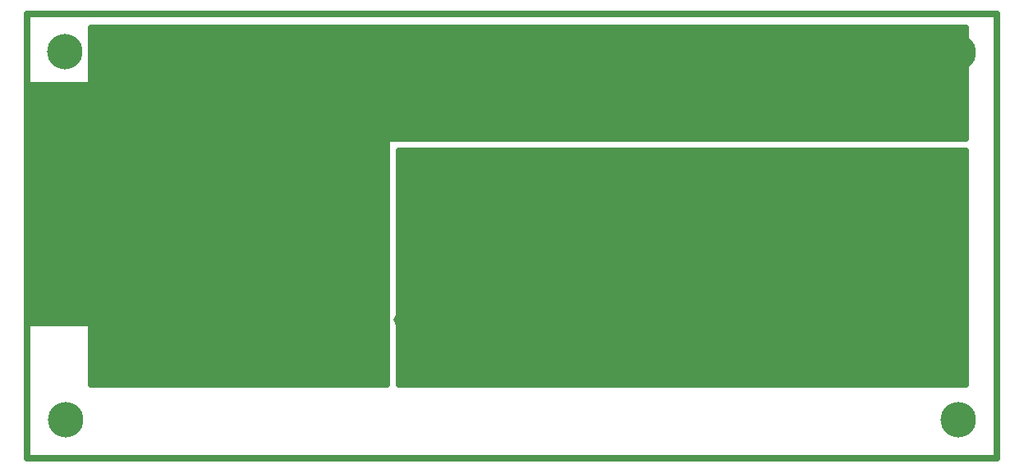
<source format=gbr>
%FSLAX23Y23*%
%MOIN*%
G04 EasyPC Gerber Version 12.0.1 Build 2704 *
%ADD126R,0.08000X0.08000*%
%ADD86C,0.02500*%
%ADD87C,0.03000*%
%ADD127C,0.05189*%
%ADD92C,0.05200*%
%ADD125C,0.08000*%
%ADD124C,0.14402*%
X0Y0D02*
D02*
D86*
X3Y3D02*
X3937D01*
Y1811*
X3*
Y3*
X262Y1756D02*
Y1522D01*
X12*
Y556*
X262*
Y306*
X1462*
Y1306*
X3812*
Y1756*
X262*
X43Y1413D02*
X44Y1422D01*
X48Y1430*
X55Y1437*
X63Y1441*
X71Y1442*
X80Y1441*
X88Y1437*
X94Y1430*
X99Y1422*
X100Y1413*
X99Y1405*
X94Y1397*
X88Y1390*
X80Y1386*
X71Y1385*
X63Y1386*
X55Y1390*
X48Y1397*
X44Y1405*
X43Y1413*
X187Y812D02*
X189Y820D01*
X193Y828*
X200Y834*
X209Y837*
X217*
X226Y834*
X232Y828*
X237Y820*
X238Y812*
X237Y803*
X232Y795*
X226Y790*
X217Y787*
X209*
X200Y790*
X193Y795*
X189Y803*
X187Y812*
X233Y1272D02*
X234Y1280D01*
X239Y1288*
X246Y1294*
X254Y1297*
X263*
X271Y1294*
X278Y1288*
X282Y1280*
X284Y1272*
X282Y1263*
X278Y1255*
X271Y1250*
X263Y1247*
X254*
X246Y1250*
X239Y1255*
X234Y1263*
X233Y1272*
X293Y1189D02*
X294Y1198D01*
X298Y1206*
X305Y1212*
X313Y1216*
X321Y1217*
X330Y1216*
X338Y1212*
X344Y1206*
X348Y1198*
X350Y1189*
X348Y1180*
X344Y1172*
X338Y1166*
X330Y1162*
X321Y1161*
X313Y1162*
X305Y1166*
X298Y1172*
X294Y1180*
X293Y1189*
X383Y1323D02*
X384Y1332D01*
X389Y1339*
X395Y1345*
X404Y1348*
X412*
X421Y1345*
X428Y1339*
X432Y1332*
X433Y1323*
X432Y1314*
X428Y1307*
X421Y1301*
X412Y1298*
X404*
X395Y1301*
X389Y1307*
X384Y1314*
X383Y1323*
X401Y1607D02*
X396Y1600D01*
X390Y1594*
X382Y1591*
X373Y1590*
X365Y1592*
X358Y1596*
X352Y1603*
X348Y1610*
X347Y1619*
X348Y1627*
X352Y1635*
X358Y1641*
X365Y1645*
X374Y1647*
X382Y1646*
X390Y1643*
X397Y1637*
X401Y1630*
X406Y1637*
X414Y1641*
X422Y1644*
X430Y1643*
X438Y1639*
X444Y1634*
X448Y1626*
X449Y1618*
X448Y1610*
X444Y1602*
X437Y1597*
X430Y1593*
X421Y1593*
X413Y1595*
X406Y1600*
X401Y1607*
X418Y1366D02*
X420Y1375D01*
X424Y1383*
X431Y1388*
X439Y1391*
X448*
X456Y1388*
X463Y1383*
X467Y1375*
X469Y1366*
X467Y1358*
X463Y1350*
X456Y1344*
X448Y1341*
X439*
X431Y1344*
X424Y1350*
X420Y1358*
X418Y1366*
X424Y772D02*
X434Y771D01*
X444Y767*
X452Y761*
X458Y753*
X462Y743*
X463Y733*
X462Y723*
X458Y713*
X452Y705*
X444Y699*
X434Y695*
X424Y693*
X414Y695*
X404Y699*
X396Y705*
X390Y713*
X386Y723*
X384Y733*
X386Y743*
X390Y753*
X396Y761*
X404Y767*
X414Y771*
X424Y772*
X426Y1280D02*
X427Y1288D01*
X432Y1296*
X439Y1302*
X447Y1305*
X456*
X464Y1302*
X471Y1296*
X475Y1288*
X477Y1280*
X475Y1271*
X471Y1263*
X464Y1258*
X456Y1255*
X447*
X439Y1258*
X432Y1263*
X427Y1271*
X426Y1280*
X506Y1284D02*
X507Y1292D01*
X511Y1300*
X517Y1307*
X525Y1311*
X534Y1312*
X543Y1311*
X551Y1307*
X557Y1300*
X561Y1292*
X562Y1284*
X561Y1275*
X557Y1267*
X551Y1261*
X543Y1256*
X534Y1255*
X525Y1256*
X517Y1261*
X511Y1267*
X507Y1275*
X506Y1284*
X524Y772D02*
X534Y771D01*
X544Y767*
X552Y761*
X558Y753*
X562Y743*
X563Y733*
X562Y723*
X558Y713*
X552Y705*
X544Y699*
X534Y695*
X524Y693*
X514Y695*
X504Y699*
X496Y705*
X490Y713*
X486Y723*
X484Y733*
X486Y743*
X490Y753*
X496Y761*
X504Y767*
X514Y771*
X524Y772*
X530Y851D02*
X519Y852D01*
X510Y856*
X502Y863*
X495Y871*
X492Y880*
X490Y890*
X492Y901*
X495Y910*
X502Y918*
X510Y925*
X519Y929*
X530Y930*
X540Y929*
X549Y925*
X558Y918*
X564Y910*
X568Y901*
X569Y890*
X568Y880*
X564Y871*
X558Y862*
X549Y856*
X540Y852*
X530Y851*
X556Y1402D02*
X557Y1410D01*
X562Y1418*
X569Y1424*
X577Y1427*
X586*
X594Y1424*
X601Y1418*
X605Y1410*
X607Y1402*
X605Y1393*
X601Y1385*
X594Y1380*
X586Y1377*
X577*
X569Y1380*
X562Y1385*
X557Y1393*
X556Y1402*
Y1457D02*
X557Y1465D01*
X562Y1473*
X569Y1479*
X577Y1482*
X586*
X594Y1479*
X601Y1473*
X605Y1465*
X607Y1457*
X605Y1448*
X601Y1440*
X594Y1435*
X586Y1432*
X577*
X569Y1435*
X562Y1440*
X557Y1448*
X556Y1457*
X591Y953D02*
X593Y962D01*
X597Y969*
X604Y975*
X612Y978*
X621*
X629Y975*
X636Y969*
X641Y962*
X642Y953*
X641Y944*
X636Y936*
X629Y931*
X621Y928*
X612*
X604Y931*
X597Y936*
X593Y944*
X591Y953*
X625Y575D02*
X627Y584D01*
X631Y592*
X638Y598*
X647Y601*
X655*
X664Y598*
X670Y592*
X675Y584*
X676Y575*
X675Y567*
X670Y559*
X664Y553*
X655Y550*
X647*
X638Y553*
X631Y559*
X627Y567*
X625Y575*
X645Y1599D02*
X647Y1608D01*
X651Y1615*
X658Y1621*
X666Y1624*
X675*
X683Y1621*
X690Y1615*
X695Y1608*
X696Y1599*
X695Y1590*
X690Y1583*
X683Y1577*
X675Y1574*
X666*
X658Y1577*
X651Y1583*
X647Y1590*
X645Y1599*
X663Y380D02*
X664Y389D01*
X668Y397*
X675Y403*
X683Y407*
X691Y408*
X700Y407*
X708Y403*
X715Y397*
X719Y389*
X720Y380*
X719Y371*
X715Y363*
X708Y357*
X700Y353*
X691Y351*
X683Y353*
X675Y357*
X668Y363*
X664Y371*
X663Y380*
X701Y1520D02*
X703Y1529D01*
X707Y1537*
X713Y1543*
X721Y1547*
X730Y1549*
X738Y1547*
X746Y1543*
X753Y1537*
X757Y1529*
X758Y1520*
X757Y1512*
X753Y1504*
X746Y1497*
X738Y1493*
X730Y1492*
X721Y1493*
X713Y1497*
X707Y1504*
X703Y1512*
X701Y1520*
X704Y1461D02*
X706Y1470D01*
X710Y1478*
X717Y1483*
X725Y1486*
X734*
X742Y1483*
X749Y1478*
X754Y1470*
X755Y1461*
X754Y1453*
X749Y1445*
X742Y1439*
X734Y1436*
X725*
X717Y1439*
X710Y1445*
X706Y1453*
X704Y1461*
X730Y851D02*
X719Y852D01*
X710Y856*
X702Y863*
X695Y871*
X692Y880*
X690Y890*
X692Y901*
X695Y910*
X702Y918*
X710Y925*
X719Y929*
X730Y930*
X740Y929*
X749Y925*
X758Y918*
X764Y910*
X768Y901*
X769Y890*
X768Y880*
X764Y871*
X758Y862*
X749Y856*
X740Y852*
X730Y851*
X921Y949D02*
X922Y958D01*
X927Y966*
X933Y972*
X942Y975*
X951*
X959Y972*
X966Y966*
X970Y958*
X972Y949*
X970Y941*
X966Y933*
X959Y927*
X951Y924*
X942*
X933Y927*
X927Y933*
X922Y941*
X921Y949*
X923Y1635D02*
Y1720D01*
X1008*
Y1635*
X923*
X1026Y1638D02*
Y1717D01*
X1105*
Y1638*
X1026*
X1126D02*
Y1717D01*
X1205*
Y1638*
X1126*
X1226D02*
Y1717D01*
X1305*
Y1638*
X1226*
X1272Y910D02*
X1273Y919D01*
X1278Y927*
X1284Y933*
X1292Y937*
X1301Y939*
X1309Y937*
X1317Y933*
X1324Y927*
X1328Y919*
X1329Y910*
X1328Y901*
X1324Y893*
X1317Y887*
X1309Y883*
X1301Y882*
X1292Y883*
X1284Y887*
X1278Y893*
X1273Y901*
X1272Y910*
X1349Y1048D02*
X1350Y1057D01*
X1355Y1064*
X1362Y1070*
X1370Y1073*
X1379*
X1387Y1070*
X1394Y1064*
X1398Y1057*
X1400Y1048*
X1398Y1039*
X1394Y1032*
X1387Y1026*
X1379Y1023*
X1370*
X1362Y1026*
X1355Y1032*
X1350Y1039*
X1349Y1048*
X1555Y1717D02*
Y1638D01*
X1476*
Y1717*
X1555*
X1655D02*
Y1638D01*
X1576*
Y1717*
X1655*
X1909D02*
Y1638D01*
X1830*
Y1717*
X1909*
X2009D02*
Y1638D01*
X1930*
Y1717*
X2009*
X2264D02*
Y1638D01*
X2185*
Y1717*
X2264*
X2364D02*
Y1638D01*
X2285*
Y1717*
X2364*
X2618D02*
Y1638D01*
X2539*
Y1717*
X2618*
X2718D02*
Y1638D01*
X2639*
Y1717*
X2718*
X2953D02*
Y1638D01*
X2874*
Y1717*
X2953*
X3053D02*
Y1638D01*
X2974*
Y1717*
X3053*
X3509Y1713D02*
Y1634D01*
X3430*
Y1713*
X3509*
X3612Y1716D02*
Y1631D01*
X3527*
Y1716*
X3612*
X262Y307D02*
X1462D01*
X262Y330D02*
X1462D01*
X262Y353D02*
X684D01*
X699D02*
X1462D01*
X262Y376D02*
X663D01*
X720D02*
X1462D01*
X262Y399D02*
X670D01*
X713D02*
X1462D01*
X262Y422D02*
X1462D01*
X262Y445D02*
X1462D01*
X262Y468D02*
X1462D01*
X262Y491D02*
X1462D01*
X262Y514D02*
X1462D01*
X262Y537D02*
X1462D01*
X12Y560D02*
X631D01*
X671D02*
X1462D01*
X12Y583D02*
X626D01*
X675D02*
X1462D01*
X12Y606D02*
X1462D01*
X12Y629D02*
X1462D01*
X12Y652D02*
X1462D01*
X12Y675D02*
X1462D01*
X12Y698D02*
X406D01*
X441D02*
X506D01*
X541D02*
X1462D01*
X12Y721D02*
X386D01*
X461D02*
X486D01*
X561D02*
X1462D01*
X12Y744D02*
X386D01*
X462D02*
X486D01*
X562D02*
X1462D01*
X12Y767D02*
X403D01*
X444D02*
X503D01*
X544D02*
X1462D01*
X12Y790D02*
X200D01*
X226D02*
X1462D01*
X12Y813D02*
X188D01*
X238D02*
X1462D01*
X12Y836D02*
X204D01*
X222D02*
X1462D01*
X12Y859D02*
X506D01*
X553D02*
X706D01*
X753D02*
X1462D01*
X12Y882D02*
X491D01*
X568D02*
X691D01*
X768D02*
X1462D01*
X12Y905D02*
X493D01*
X567D02*
X693D01*
X767D02*
X1273D01*
X1328D02*
X1462D01*
X12Y928D02*
X516D01*
X543D02*
X613D01*
X620D02*
X716D01*
X743D02*
X933D01*
X959D02*
X1278D01*
X1323D02*
X1462D01*
X12Y951D02*
X591D01*
X642D02*
X921D01*
X972D02*
X1462D01*
X12Y974D02*
X602D01*
X631D02*
X938D01*
X954D02*
X1462D01*
X12Y997D02*
X1462D01*
X12Y1020D02*
X1462D01*
X12Y1043D02*
X1349D01*
X1399D02*
X1462D01*
X12Y1066D02*
X1356D01*
X1393D02*
X1462D01*
X12Y1089D02*
X1462D01*
X12Y1112D02*
X1462D01*
X12Y1135D02*
X1462D01*
X12Y1158D02*
X1462D01*
X12Y1181D02*
X294D01*
X349D02*
X1462D01*
X12Y1204D02*
X297D01*
X346D02*
X1462D01*
X12Y1227D02*
X1462D01*
X12Y1250D02*
X246D01*
X271D02*
X1462D01*
X12Y1273D02*
X233D01*
X284D02*
X427D01*
X476D02*
X508D01*
X560D02*
X1462D01*
X12Y1296D02*
X250D01*
X267D02*
X432D01*
X471D02*
X508D01*
X560D02*
X1462D01*
X12Y1319D02*
X383D01*
X433D02*
X3812D01*
X12Y1342D02*
X391D01*
X425D02*
X437D01*
X450D02*
X3812D01*
X12Y1365D02*
X418D01*
X469D02*
X3812D01*
X12Y1388D02*
X59D01*
X83D02*
X430D01*
X457D02*
X560D01*
X602D02*
X3812D01*
X12Y1411D02*
X43D01*
X100D02*
X557D01*
X605D02*
X3812D01*
X12Y1434D02*
X51D01*
X92D02*
X571D01*
X592D02*
X3812D01*
X12Y1457D02*
X556D01*
X607D02*
X705D01*
X755D02*
X3812D01*
X12Y1480D02*
X570D01*
X593D02*
X712D01*
X747D02*
X3812D01*
X12Y1503D02*
X707D01*
X752D02*
X3812D01*
X262Y1526D02*
X702D01*
X758D02*
X3812D01*
X262Y1549D02*
X726D01*
X733D02*
X3812D01*
X262Y1572D02*
X3812D01*
X262Y1595D02*
X360D01*
X390D02*
X414D01*
X433D02*
X646D01*
X696D02*
X3812D01*
X262Y1618D02*
X347D01*
X449D02*
X653D01*
X688D02*
X3812D01*
X262Y1641D02*
X357D01*
X394D02*
X412D01*
X436D02*
X923D01*
X1008D02*
X1026D01*
X1105D02*
X1126D01*
X1205D02*
X1226D01*
X1305D02*
X1476D01*
X1555D02*
X1576D01*
X1655D02*
X1830D01*
X1909D02*
X1930D01*
X2009D02*
X2185D01*
X2264D02*
X2285D01*
X2364D02*
X2539D01*
X2618D02*
X2639D01*
X2718D02*
X2874D01*
X2953D02*
X2974D01*
X3053D02*
X3430D01*
X3509D02*
X3527D01*
X3612D02*
X3812D01*
X262Y1664D02*
X923D01*
X1008D02*
X1026D01*
X1105D02*
X1126D01*
X1205D02*
X1226D01*
X1305D02*
X1476D01*
X1555D02*
X1576D01*
X1655D02*
X1830D01*
X1909D02*
X1930D01*
X2009D02*
X2185D01*
X2264D02*
X2285D01*
X2364D02*
X2539D01*
X2618D02*
X2639D01*
X2718D02*
X2874D01*
X2953D02*
X2974D01*
X3053D02*
X3430D01*
X3509D02*
X3527D01*
X3612D02*
X3812D01*
X262Y1687D02*
X923D01*
X1008D02*
X1026D01*
X1105D02*
X1126D01*
X1205D02*
X1226D01*
X1305D02*
X1476D01*
X1555D02*
X1576D01*
X1655D02*
X1830D01*
X1909D02*
X1930D01*
X2009D02*
X2185D01*
X2264D02*
X2285D01*
X2364D02*
X2539D01*
X2618D02*
X2639D01*
X2718D02*
X2874D01*
X2953D02*
X2974D01*
X3053D02*
X3430D01*
X3509D02*
X3527D01*
X3612D02*
X3812D01*
X262Y1710D02*
X923D01*
X1008D02*
X1026D01*
X1105D02*
X1126D01*
X1205D02*
X1226D01*
X1305D02*
X1476D01*
X1555D02*
X1576D01*
X1655D02*
X1830D01*
X1909D02*
X1930D01*
X2009D02*
X2185D01*
X2264D02*
X2285D01*
X2364D02*
X2539D01*
X2618D02*
X2639D01*
X2718D02*
X2874D01*
X2953D02*
X2974D01*
X3053D02*
X3430D01*
X3509D02*
X3527D01*
X3612D02*
X3812D01*
X262Y1733D02*
X3812D01*
X1512Y542D02*
Y306D01*
X3812*
Y1256*
X1512*
Y592*
X1520Y592*
X1528Y588*
X1534Y583*
X1538Y575*
X1540Y567*
X1538Y559*
X1534Y551*
X1528Y546*
X1520Y542*
X1512Y542*
X1536Y536D02*
X1538Y544D01*
X1542Y552*
X1549Y558*
X1557Y561*
X1566*
X1574Y558*
X1581Y552*
X1585Y544*
X1587Y536*
X1585Y527*
X1581Y519*
X1574Y513*
X1566Y510*
X1557*
X1549Y513*
X1542Y519*
X1538Y527*
X1536Y536*
X1607Y361D02*
Y446D01*
X1692*
Y361*
X1607*
X1688Y1048D02*
X1690Y1057D01*
X1694Y1064*
X1701Y1070*
X1709Y1073*
X1718*
X1727Y1070*
X1733Y1064*
X1738Y1057*
X1739Y1048*
X1738Y1039*
X1733Y1032*
X1727Y1026*
X1718Y1023*
X1710*
X1701Y1026*
X1694Y1032*
X1690Y1039*
X1688Y1048*
X1710Y364D02*
Y443D01*
X1789*
Y364*
X1710*
X1753Y768D02*
X1754Y777D01*
X1759Y784*
X1765Y790*
X1774Y793*
X1783*
X1791Y790*
X1798Y784*
X1802Y777*
X1804Y768*
X1802Y759*
X1798Y751*
X1791Y746*
X1783Y743*
X1774*
X1765Y746*
X1759Y751*
X1754Y759*
X1753Y768*
X2038Y826D02*
X2039Y835D01*
X2044Y843*
X2051Y848*
X2059Y852*
X2068*
X2076Y848*
X2083Y843*
X2087Y835*
X2089Y826*
X2087Y818*
X2083Y810*
X2076Y804*
X2068Y801*
X2059*
X2051Y804*
X2044Y810*
X2039Y818*
X2038Y826*
X2062Y388D02*
X2064Y397D01*
X2068Y405*
X2075Y410*
X2084Y414*
X2092*
X2101Y410*
X2107Y405*
X2112Y397*
X2113Y388*
X2112Y380*
X2107Y372*
X2101Y366*
X2092Y363*
X2084*
X2075Y366*
X2068Y372*
X2064Y380*
X2062Y388*
X2189Y382D02*
X2191Y392D01*
X2194Y402*
X2201Y410*
X2209Y416*
X2218Y420*
X2229Y422*
X2239Y420*
X2248Y416*
X2257Y410*
X2263Y402*
X2267Y392*
X2268Y382*
X2267Y372*
X2263Y362*
X2257Y354*
X2248Y348*
X2239Y344*
X2229Y343*
X2218Y344*
X2209Y348*
X2201Y354*
X2194Y362*
X2191Y372*
X2189Y382*
Y1182D02*
X2191Y1192D01*
X2194Y1202*
X2201Y1210*
X2209Y1216*
X2218Y1220*
X2229Y1222*
X2239Y1220*
X2248Y1216*
X2257Y1210*
X2263Y1202*
X2267Y1192*
X2268Y1182*
X2267Y1172*
X2263Y1162*
X2257Y1154*
X2248Y1148*
X2239Y1144*
X2229Y1143*
X2218Y1144*
X2209Y1148*
X2201Y1154*
X2194Y1162*
X2191Y1172*
X2189Y1182*
X2289Y382D02*
X2291Y392D01*
X2294Y402*
X2301Y410*
X2309Y416*
X2318Y420*
X2329Y422*
X2339Y420*
X2348Y416*
X2357Y410*
X2363Y402*
X2367Y392*
X2368Y382*
X2367Y372*
X2363Y362*
X2357Y354*
X2348Y348*
X2339Y344*
X2329Y343*
X2318Y344*
X2309Y348*
X2301Y354*
X2294Y362*
X2291Y372*
X2289Y382*
Y1182D02*
X2291Y1192D01*
X2294Y1202*
X2301Y1210*
X2309Y1216*
X2318Y1220*
X2329Y1222*
X2339Y1220*
X2348Y1216*
X2357Y1210*
X2363Y1202*
X2367Y1192*
X2368Y1182*
X2367Y1172*
X2363Y1162*
X2357Y1154*
X2348Y1148*
X2339Y1144*
X2329Y1143*
X2318Y1144*
X2309Y1148*
X2301Y1154*
X2294Y1162*
X2291Y1172*
X2289Y1182*
X2389Y382D02*
X2391Y392D01*
X2394Y402*
X2401Y410*
X2409Y416*
X2418Y420*
X2429Y422*
X2439Y420*
X2448Y416*
X2457Y410*
X2463Y402*
X2467Y392*
X2468Y382*
X2467Y372*
X2463Y362*
X2457Y354*
X2448Y348*
X2439Y344*
X2429Y343*
X2418Y344*
X2409Y348*
X2401Y354*
X2394Y362*
X2391Y372*
X2389Y382*
Y1182D02*
X2391Y1192D01*
X2394Y1202*
X2401Y1210*
X2409Y1216*
X2418Y1220*
X2429Y1222*
X2439Y1220*
X2448Y1216*
X2457Y1210*
X2463Y1202*
X2467Y1192*
X2468Y1182*
X2467Y1172*
X2463Y1162*
X2457Y1154*
X2448Y1148*
X2439Y1144*
X2429Y1143*
X2418Y1144*
X2409Y1148*
X2401Y1154*
X2394Y1162*
X2391Y1172*
X2389Y1182*
X2489Y382D02*
X2491Y392D01*
X2494Y402*
X2501Y410*
X2509Y416*
X2518Y420*
X2529Y422*
X2539Y420*
X2548Y416*
X2557Y410*
X2563Y402*
X2567Y392*
X2568Y382*
X2567Y372*
X2563Y362*
X2557Y354*
X2548Y348*
X2539Y344*
X2529Y343*
X2518Y344*
X2509Y348*
X2501Y354*
X2494Y362*
X2491Y372*
X2489Y382*
Y1182D02*
X2491Y1192D01*
X2494Y1202*
X2501Y1210*
X2509Y1216*
X2518Y1220*
X2529Y1222*
X2539Y1220*
X2548Y1216*
X2557Y1210*
X2563Y1202*
X2567Y1192*
X2568Y1182*
X2567Y1172*
X2563Y1162*
X2557Y1154*
X2548Y1148*
X2539Y1144*
X2529Y1143*
X2518Y1144*
X2509Y1148*
X2501Y1154*
X2494Y1162*
X2491Y1172*
X2489Y1182*
X2589Y382D02*
X2591Y392D01*
X2594Y402*
X2601Y410*
X2609Y416*
X2618Y420*
X2629Y422*
X2639Y420*
X2648Y416*
X2657Y410*
X2663Y402*
X2667Y392*
X2668Y382*
X2667Y372*
X2663Y362*
X2657Y354*
X2648Y348*
X2639Y344*
X2629Y343*
X2618Y344*
X2609Y348*
X2601Y354*
X2594Y362*
X2591Y372*
X2589Y382*
Y1182D02*
X2591Y1192D01*
X2594Y1202*
X2601Y1210*
X2609Y1216*
X2618Y1220*
X2629Y1222*
X2639Y1220*
X2648Y1216*
X2657Y1210*
X2663Y1202*
X2667Y1192*
X2668Y1182*
X2667Y1172*
X2663Y1162*
X2657Y1154*
X2648Y1148*
X2639Y1144*
X2629Y1143*
X2618Y1144*
X2609Y1148*
X2601Y1154*
X2594Y1162*
X2591Y1172*
X2589Y1182*
X2689Y382D02*
X2691Y392D01*
X2694Y402*
X2701Y410*
X2709Y416*
X2718Y420*
X2729Y422*
X2739Y420*
X2748Y416*
X2757Y410*
X2763Y402*
X2767Y392*
X2768Y382*
X2767Y372*
X2763Y362*
X2757Y354*
X2748Y348*
X2739Y344*
X2729Y343*
X2718Y344*
X2709Y348*
X2701Y354*
X2694Y362*
X2691Y372*
X2689Y382*
Y1182D02*
X2691Y1192D01*
X2694Y1202*
X2701Y1210*
X2709Y1216*
X2718Y1220*
X2729Y1222*
X2739Y1220*
X2748Y1216*
X2757Y1210*
X2763Y1202*
X2767Y1192*
X2768Y1182*
X2767Y1172*
X2763Y1162*
X2757Y1154*
X2748Y1148*
X2739Y1144*
X2729Y1143*
X2718Y1144*
X2709Y1148*
X2701Y1154*
X2694Y1162*
X2691Y1172*
X2689Y1182*
X2789Y382D02*
X2791Y392D01*
X2794Y402*
X2801Y410*
X2809Y416*
X2818Y420*
X2829Y422*
X2839Y420*
X2848Y416*
X2857Y410*
X2863Y402*
X2867Y392*
X2868Y382*
X2867Y372*
X2863Y362*
X2857Y354*
X2848Y348*
X2839Y344*
X2829Y343*
X2818Y344*
X2809Y348*
X2801Y354*
X2794Y362*
X2791Y372*
X2789Y382*
Y1182D02*
X2791Y1192D01*
X2794Y1202*
X2801Y1210*
X2809Y1216*
X2818Y1220*
X2829Y1222*
X2839Y1220*
X2848Y1216*
X2857Y1210*
X2863Y1202*
X2867Y1192*
X2868Y1182*
X2867Y1172*
X2863Y1162*
X2857Y1154*
X2848Y1148*
X2839Y1144*
X2829Y1143*
X2818Y1144*
X2809Y1148*
X2801Y1154*
X2794Y1162*
X2791Y1172*
X2789Y1182*
X2889Y382D02*
X2891Y392D01*
X2894Y402*
X2901Y410*
X2909Y416*
X2918Y420*
X2929Y422*
X2939Y420*
X2948Y416*
X2957Y410*
X2963Y402*
X2967Y392*
X2968Y382*
X2967Y372*
X2963Y362*
X2957Y354*
X2948Y348*
X2939Y344*
X2929Y343*
X2918Y344*
X2909Y348*
X2901Y354*
X2894Y362*
X2891Y372*
X2889Y382*
Y1182D02*
X2891Y1192D01*
X2894Y1202*
X2901Y1210*
X2909Y1216*
X2918Y1220*
X2929Y1222*
X2939Y1220*
X2948Y1216*
X2957Y1210*
X2963Y1202*
X2967Y1192*
X2968Y1182*
X2967Y1172*
X2963Y1162*
X2957Y1154*
X2948Y1148*
X2939Y1144*
X2929Y1143*
X2918Y1144*
X2909Y1148*
X2901Y1154*
X2894Y1162*
X2891Y1172*
X2889Y1182*
X2989Y382D02*
X2991Y392D01*
X2994Y402*
X3001Y410*
X3009Y416*
X3018Y420*
X3029Y422*
X3039Y420*
X3048Y416*
X3057Y410*
X3063Y402*
X3067Y392*
X3068Y382*
X3067Y372*
X3063Y362*
X3057Y354*
X3048Y348*
X3039Y344*
X3029Y343*
X3018Y344*
X3009Y348*
X3001Y354*
X2994Y362*
X2991Y372*
X2989Y382*
Y1182D02*
X2991Y1192D01*
X2994Y1202*
X3001Y1210*
X3009Y1216*
X3018Y1220*
X3029Y1222*
X3039Y1220*
X3048Y1216*
X3057Y1210*
X3063Y1202*
X3067Y1192*
X3068Y1182*
X3067Y1172*
X3063Y1162*
X3057Y1154*
X3048Y1148*
X3039Y1144*
X3029Y1143*
X3018Y1144*
X3009Y1148*
X3001Y1154*
X2994Y1162*
X2991Y1172*
X2989Y1182*
X3089Y382D02*
X3091Y392D01*
X3094Y402*
X3101Y410*
X3109Y416*
X3118Y420*
X3129Y422*
X3139Y420*
X3148Y416*
X3157Y410*
X3163Y402*
X3167Y392*
X3168Y382*
X3167Y372*
X3163Y362*
X3157Y354*
X3148Y348*
X3139Y344*
X3129Y343*
X3118Y344*
X3109Y348*
X3101Y354*
X3094Y362*
X3091Y372*
X3089Y382*
Y1182D02*
X3091Y1192D01*
X3094Y1202*
X3101Y1210*
X3109Y1216*
X3118Y1220*
X3129Y1222*
X3139Y1220*
X3148Y1216*
X3157Y1210*
X3163Y1202*
X3167Y1192*
X3168Y1182*
X3167Y1172*
X3163Y1162*
X3157Y1154*
X3148Y1148*
X3139Y1144*
X3129Y1143*
X3118Y1144*
X3109Y1148*
X3101Y1154*
X3094Y1162*
X3091Y1172*
X3089Y1182*
X3189Y382D02*
X3191Y392D01*
X3194Y402*
X3201Y410*
X3209Y416*
X3218Y420*
X3229Y422*
X3239Y420*
X3248Y416*
X3257Y410*
X3263Y402*
X3267Y392*
X3268Y382*
X3267Y372*
X3263Y362*
X3257Y354*
X3248Y348*
X3239Y344*
X3229Y343*
X3218Y344*
X3209Y348*
X3201Y354*
X3194Y362*
X3191Y372*
X3189Y382*
Y1182D02*
X3191Y1192D01*
X3194Y1202*
X3201Y1210*
X3209Y1216*
X3218Y1220*
X3229Y1222*
X3239Y1220*
X3248Y1216*
X3257Y1210*
X3263Y1202*
X3267Y1192*
X3268Y1182*
X3267Y1172*
X3263Y1162*
X3257Y1154*
X3248Y1148*
X3239Y1144*
X3229Y1143*
X3218Y1144*
X3209Y1148*
X3201Y1154*
X3194Y1162*
X3191Y1172*
X3189Y1182*
X3289Y382D02*
X3291Y392D01*
X3294Y402*
X3301Y410*
X3309Y416*
X3318Y420*
X3329Y422*
X3339Y420*
X3348Y416*
X3357Y410*
X3363Y402*
X3367Y392*
X3368Y382*
X3367Y372*
X3363Y362*
X3357Y354*
X3348Y348*
X3339Y344*
X3329Y343*
X3318Y344*
X3309Y348*
X3301Y354*
X3294Y362*
X3291Y372*
X3289Y382*
Y1182D02*
X3291Y1192D01*
X3294Y1202*
X3301Y1210*
X3309Y1216*
X3318Y1220*
X3329Y1222*
X3339Y1220*
X3348Y1216*
X3357Y1210*
X3363Y1202*
X3367Y1192*
X3368Y1182*
X3367Y1172*
X3363Y1162*
X3357Y1154*
X3348Y1148*
X3339Y1144*
X3329Y1143*
X3318Y1144*
X3309Y1148*
X3301Y1154*
X3294Y1162*
X3291Y1172*
X3289Y1182*
X3389Y382D02*
X3391Y392D01*
X3394Y402*
X3401Y410*
X3409Y416*
X3418Y420*
X3429Y422*
X3439Y420*
X3448Y416*
X3457Y410*
X3463Y402*
X3467Y392*
X3468Y382*
X3467Y372*
X3463Y362*
X3457Y354*
X3448Y348*
X3439Y344*
X3429Y343*
X3418Y344*
X3409Y348*
X3401Y354*
X3394Y362*
X3391Y372*
X3389Y382*
Y1182D02*
X3391Y1192D01*
X3394Y1202*
X3401Y1210*
X3409Y1216*
X3418Y1220*
X3429Y1222*
X3439Y1220*
X3448Y1216*
X3457Y1210*
X3463Y1202*
X3467Y1192*
X3468Y1182*
X3467Y1172*
X3463Y1162*
X3457Y1154*
X3448Y1148*
X3439Y1144*
X3429Y1143*
X3418Y1144*
X3409Y1148*
X3401Y1154*
X3394Y1162*
X3391Y1172*
X3389Y1182*
X3489Y382D02*
X3491Y392D01*
X3494Y402*
X3501Y410*
X3509Y416*
X3518Y420*
X3529Y422*
X3539Y420*
X3548Y416*
X3557Y410*
X3563Y402*
X3567Y392*
X3568Y382*
X3567Y372*
X3563Y362*
X3557Y354*
X3548Y348*
X3539Y344*
X3529Y343*
X3518Y344*
X3509Y348*
X3501Y354*
X3494Y362*
X3491Y372*
X3489Y382*
Y1182D02*
X3491Y1192D01*
X3494Y1202*
X3501Y1210*
X3509Y1216*
X3518Y1220*
X3529Y1222*
X3539Y1220*
X3548Y1216*
X3557Y1210*
X3563Y1202*
X3567Y1192*
X3568Y1182*
X3567Y1172*
X3563Y1162*
X3557Y1154*
X3548Y1148*
X3539Y1144*
X3529Y1143*
X3518Y1144*
X3509Y1148*
X3501Y1154*
X3494Y1162*
X3491Y1172*
X3489Y1182*
X3589Y382D02*
X3591Y392D01*
X3594Y402*
X3601Y410*
X3609Y416*
X3618Y420*
X3629Y422*
X3639Y420*
X3648Y416*
X3657Y410*
X3663Y402*
X3667Y392*
X3668Y382*
X3667Y372*
X3663Y362*
X3657Y354*
X3648Y348*
X3639Y344*
X3629Y343*
X3618Y344*
X3609Y348*
X3601Y354*
X3594Y362*
X3591Y372*
X3589Y382*
Y1182D02*
X3591Y1192D01*
X3594Y1202*
X3601Y1210*
X3609Y1216*
X3618Y1220*
X3629Y1222*
X3639Y1220*
X3648Y1216*
X3657Y1210*
X3663Y1202*
X3667Y1192*
X3668Y1182*
X3667Y1172*
X3663Y1162*
X3657Y1154*
X3648Y1148*
X3639Y1144*
X3629Y1143*
X3618Y1144*
X3609Y1148*
X3601Y1154*
X3594Y1162*
X3591Y1172*
X3589Y1182*
X3686Y382D02*
X3688Y393D01*
X3692Y403*
X3699Y412*
X3707Y419*
X3718Y423*
X3729Y425*
X3740Y423*
X3750Y419*
X3759Y412*
X3765Y403*
X3770Y393*
X3771Y382*
X3770Y371*
X3765Y361*
X3759Y352*
X3750Y345*
X3740Y341*
X3729Y340*
X3718Y341*
X3707Y345*
X3699Y352*
X3692Y361*
X3688Y371*
X3686Y382*
X3689Y1182D02*
X3691Y1192D01*
X3694Y1202*
X3701Y1210*
X3709Y1216*
X3718Y1220*
X3729Y1222*
X3739Y1220*
X3748Y1216*
X3757Y1210*
X3763Y1202*
X3767Y1192*
X3768Y1182*
X3767Y1172*
X3763Y1162*
X3757Y1154*
X3748Y1148*
X3739Y1144*
X3729Y1143*
X3718Y1144*
X3709Y1148*
X3701Y1154*
X3694Y1162*
X3691Y1172*
X3689Y1182*
X1512Y312D02*
X3812D01*
X1512Y335D02*
X3812D01*
X1512Y358D02*
X2198D01*
X2260D02*
X2298D01*
X2360D02*
X2398D01*
X2460D02*
X2498D01*
X2560D02*
X2598D01*
X2660D02*
X2698D01*
X2760D02*
X2798D01*
X2860D02*
X2898D01*
X2960D02*
X2998D01*
X3060D02*
X3098D01*
X3160D02*
X3198D01*
X3260D02*
X3298D01*
X3360D02*
X3398D01*
X3460D02*
X3498D01*
X3560D02*
X3598D01*
X3660D02*
X3694D01*
X3763D02*
X3812D01*
X1512Y381D02*
X1607D01*
X1692D02*
X1710D01*
X1789D02*
X2064D01*
X2112D02*
X2189D01*
X2268D02*
X2289D01*
X2368D02*
X2389D01*
X2468D02*
X2489D01*
X2568D02*
X2589D01*
X2668D02*
X2689D01*
X2768D02*
X2789D01*
X2868D02*
X2889D01*
X2968D02*
X2989D01*
X3068D02*
X3089D01*
X3168D02*
X3189D01*
X3268D02*
X3289D01*
X3368D02*
X3389D01*
X3468D02*
X3489D01*
X3568D02*
X3589D01*
X3668D02*
X3686D01*
X3771D02*
X3812D01*
X1512Y404D02*
X1607D01*
X1692D02*
X1710D01*
X1789D02*
X2068D01*
X2108D02*
X2196D01*
X2262D02*
X2296D01*
X2362D02*
X2396D01*
X2462D02*
X2496D01*
X2562D02*
X2596D01*
X2662D02*
X2696D01*
X2762D02*
X2796D01*
X2862D02*
X2896D01*
X2962D02*
X2996D01*
X3062D02*
X3096D01*
X3162D02*
X3196D01*
X3262D02*
X3296D01*
X3362D02*
X3396D01*
X3462D02*
X3496D01*
X3562D02*
X3596D01*
X3662D02*
X3692D01*
X3765D02*
X3812D01*
X1512Y427D02*
X1607D01*
X1692D02*
X1710D01*
X1789D02*
X3812D01*
X1512Y450D02*
X3812D01*
X1512Y473D02*
X3812D01*
X1512Y496D02*
X3812D01*
X1512Y519D02*
X1542D01*
X1581D02*
X3812D01*
X1517Y542D02*
X1537D01*
X1586D02*
X3812D01*
X1540Y565D02*
X3812D01*
X1529Y588D02*
X3812D01*
X1512Y611D02*
X3812D01*
X1512Y634D02*
X3812D01*
X1512Y657D02*
X3812D01*
X1512Y680D02*
X3812D01*
X1512Y703D02*
X3812D01*
X1512Y726D02*
X3812D01*
X1512Y749D02*
X1761D01*
X1795D02*
X3812D01*
X1512Y772D02*
X1753D01*
X1803D02*
X3812D01*
X1512Y795D02*
X3812D01*
X1512Y818D02*
X2039D01*
X2087D02*
X3812D01*
X1512Y841D02*
X2042D01*
X2084D02*
X3812D01*
X1512Y864D02*
X3812D01*
X1512Y887D02*
X3812D01*
X1512Y910D02*
X3812D01*
X1512Y933D02*
X3812D01*
X1512Y956D02*
X3812D01*
X1512Y979D02*
X3812D01*
X1512Y1002D02*
X3812D01*
X1512Y1025D02*
X1704D01*
X1724D02*
X3812D01*
X1512Y1048D02*
X1688D01*
X1739D02*
X3812D01*
X1512Y1071D02*
X1703D01*
X1725D02*
X3812D01*
X1512Y1094D02*
X3812D01*
X1512Y1117D02*
X3812D01*
X1512Y1140D02*
X3812D01*
X1512Y1163D02*
X2194D01*
X2263D02*
X2294D01*
X2363D02*
X2394D01*
X2463D02*
X2494D01*
X2563D02*
X2594D01*
X2663D02*
X2694D01*
X2763D02*
X2794D01*
X2863D02*
X2894D01*
X2963D02*
X2994D01*
X3063D02*
X3094D01*
X3163D02*
X3194D01*
X3263D02*
X3294D01*
X3363D02*
X3394D01*
X3463D02*
X3494D01*
X3563D02*
X3594D01*
X3663D02*
X3694D01*
X3763D02*
X3812D01*
X1512Y1186D02*
X2189D01*
X2268D02*
X2289D01*
X2368D02*
X2389D01*
X2468D02*
X2489D01*
X2568D02*
X2589D01*
X2668D02*
X2689D01*
X2768D02*
X2789D01*
X2868D02*
X2889D01*
X2968D02*
X2989D01*
X3068D02*
X3089D01*
X3168D02*
X3189D01*
X3268D02*
X3289D01*
X3368D02*
X3389D01*
X3468D02*
X3489D01*
X3568D02*
X3589D01*
X3668D02*
X3689D01*
X3768D02*
X3812D01*
X1512Y1209D02*
X2199D01*
X2258D02*
X2299D01*
X2358D02*
X2399D01*
X2458D02*
X2499D01*
X2558D02*
X2599D01*
X2658D02*
X2699D01*
X2758D02*
X2799D01*
X2858D02*
X2899D01*
X2958D02*
X2999D01*
X3058D02*
X3099D01*
X3158D02*
X3199D01*
X3258D02*
X3299D01*
X3358D02*
X3399D01*
X3458D02*
X3499D01*
X3558D02*
X3599D01*
X3658D02*
X3699D01*
X3758D02*
X3812D01*
X1512Y1232D02*
X3812D01*
X1512Y1255D02*
X3812D01*
D02*
D87*
X60Y1413D02*
X40D01*
X71Y1402D02*
Y1382D01*
Y1424D02*
Y1444D01*
X82Y1413D02*
X102D01*
X310Y1189D02*
X290D01*
X321Y1178D02*
Y1158D01*
Y1200D02*
Y1220D01*
X332Y1189D02*
X352D01*
X364Y1619D02*
X344D01*
X375Y1608D02*
Y1588D01*
Y1630D02*
Y1650D01*
X523Y1284D02*
X503D01*
X534Y1273D02*
Y1253D01*
Y1294D02*
Y1314D01*
X545Y1284D02*
X565D01*
X680Y380D02*
X660D01*
X691Y369D02*
Y349D01*
Y391D02*
Y411D01*
X702Y380D02*
X722D01*
X719Y1520D02*
X699D01*
X730Y1509D02*
Y1489D01*
Y1531D02*
Y1551D01*
X741Y1520D02*
X761D01*
X941Y1678D02*
X921D01*
X966Y1653D02*
Y1633D01*
Y1703D02*
Y1723D01*
X991Y1678D02*
X1011D01*
X1290Y910D02*
X1270D01*
X1301Y899D02*
Y879D01*
Y921D02*
Y941D01*
X1311Y910D02*
X1331D01*
X1625Y403D02*
X1605D01*
X1650Y378D02*
Y358D01*
Y428D02*
Y448D01*
X1675Y403D02*
X1695D01*
X3544Y1673D02*
X3524D01*
X3569Y1648D02*
Y1628D01*
Y1698D02*
Y1718D01*
X3594Y1673D02*
X3614D01*
X3704Y382D02*
X3684D01*
X3729Y357D02*
Y337D01*
Y407D02*
Y427D01*
X3754Y382D02*
X3774D01*
D02*
D92*
X71Y1413D03*
X691Y380D03*
X1778Y768D03*
D02*
D124*
X156Y1657D03*
X159Y162D03*
X3781D03*
X3782Y1653D03*
D02*
D125*
X424Y733D03*
X524D03*
X530Y890D03*
X730D03*
X2229Y382D03*
Y1182D03*
X2329Y382D03*
Y1182D03*
X2429Y382D03*
Y1182D03*
X2529Y382D03*
Y1182D03*
X2629Y382D03*
Y1182D03*
X2729Y382D03*
Y1182D03*
X2829Y382D03*
Y1182D03*
X2929Y382D03*
Y1182D03*
X3029Y382D03*
Y1182D03*
X3129Y382D03*
Y1182D03*
X3229Y382D03*
Y1182D03*
X3329Y382D03*
Y1182D03*
X3429Y382D03*
Y1182D03*
X3529Y382D03*
Y1182D03*
X3629Y382D03*
Y1182D03*
X3729Y382D03*
Y1182D03*
D02*
D126*
X966Y1678D03*
X1066D03*
X1166D03*
X1266D03*
X1515D03*
X1615D03*
X1650Y403D03*
X1750D03*
X1870Y1678D03*
X1970D03*
X2224D03*
X2324D03*
X2578D03*
X2678D03*
X2913D03*
X3013D03*
X3469Y1673D03*
X3569D03*
D02*
D127*
X213Y812D03*
X258Y1272D03*
X321Y1189D03*
X375Y1619D03*
X408Y1323D03*
X424Y1618D03*
X443Y1366D03*
X451Y1280D03*
X534Y1284D03*
X581Y1402D03*
Y1457D03*
X617Y953D03*
X651Y575D03*
X671Y1599D03*
X730Y1461D03*
Y1520D03*
X946Y949D03*
X1301Y910D03*
X1374Y1048D03*
X1514Y567D03*
X1562Y536D03*
X1714Y1048D03*
X2063Y826D03*
X2088Y388D03*
X0Y0D02*
M02*

</source>
